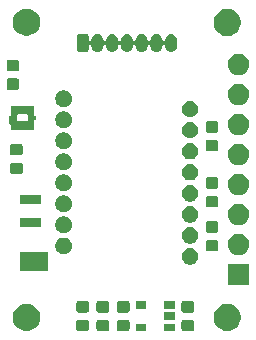
<source format=gts>
G04 #@! TF.GenerationSoftware,KiCad,Pcbnew,(5.1.5)-3*
G04 #@! TF.CreationDate,2021-07-20T23:34:01+09:00*
G04 #@! TF.ProjectId,pmw3360,706d7733-3336-4302-9e6b-696361645f70,rev?*
G04 #@! TF.SameCoordinates,PX5b136e0PY4bcb138*
G04 #@! TF.FileFunction,Soldermask,Top*
G04 #@! TF.FilePolarity,Negative*
%FSLAX46Y46*%
G04 Gerber Fmt 4.6, Leading zero omitted, Abs format (unit mm)*
G04 Created by KiCad (PCBNEW (5.1.5)-3) date 2021-07-20 23:34:01*
%MOMM*%
%LPD*%
G04 APERTURE LIST*
%ADD10C,0.100000*%
G04 APERTURE END LIST*
D10*
G36*
X15051000Y-28676000D02*
G01*
X14149000Y-28676000D01*
X14149000Y-28024000D01*
X15051000Y-28024000D01*
X15051000Y-28676000D01*
G37*
G36*
X12651000Y-28676000D02*
G01*
X11749000Y-28676000D01*
X11749000Y-28024000D01*
X12651000Y-28024000D01*
X12651000Y-28676000D01*
G37*
G36*
X16529592Y-27690585D02*
G01*
X16563570Y-27700893D01*
X16594891Y-27717634D01*
X16622340Y-27740161D01*
X16644867Y-27767610D01*
X16661608Y-27798931D01*
X16671916Y-27832909D01*
X16676001Y-27874390D01*
X16676001Y-28475610D01*
X16671916Y-28517091D01*
X16661608Y-28551069D01*
X16644867Y-28582390D01*
X16622340Y-28609839D01*
X16594891Y-28632366D01*
X16563570Y-28649107D01*
X16529592Y-28659415D01*
X16488111Y-28663500D01*
X15811891Y-28663500D01*
X15770410Y-28659415D01*
X15736432Y-28649107D01*
X15705111Y-28632366D01*
X15677662Y-28609839D01*
X15655135Y-28582390D01*
X15638394Y-28551069D01*
X15628086Y-28517091D01*
X15624001Y-28475610D01*
X15624001Y-27874390D01*
X15628086Y-27832909D01*
X15638394Y-27798931D01*
X15655135Y-27767610D01*
X15677662Y-27740161D01*
X15705111Y-27717634D01*
X15736432Y-27700893D01*
X15770410Y-27690585D01*
X15811891Y-27686500D01*
X16488111Y-27686500D01*
X16529592Y-27690585D01*
G37*
G36*
X7629591Y-27690585D02*
G01*
X7663569Y-27700893D01*
X7694890Y-27717634D01*
X7722339Y-27740161D01*
X7744866Y-27767610D01*
X7761607Y-27798931D01*
X7771915Y-27832909D01*
X7776000Y-27874390D01*
X7776000Y-28475610D01*
X7771915Y-28517091D01*
X7761607Y-28551069D01*
X7744866Y-28582390D01*
X7722339Y-28609839D01*
X7694890Y-28632366D01*
X7663569Y-28649107D01*
X7629591Y-28659415D01*
X7588110Y-28663500D01*
X6911890Y-28663500D01*
X6870409Y-28659415D01*
X6836431Y-28649107D01*
X6805110Y-28632366D01*
X6777661Y-28609839D01*
X6755134Y-28582390D01*
X6738393Y-28551069D01*
X6728085Y-28517091D01*
X6724000Y-28475610D01*
X6724000Y-27874390D01*
X6728085Y-27832909D01*
X6738393Y-27798931D01*
X6755134Y-27767610D01*
X6777661Y-27740161D01*
X6805110Y-27717634D01*
X6836431Y-27700893D01*
X6870409Y-27690585D01*
X6911890Y-27686500D01*
X7588110Y-27686500D01*
X7629591Y-27690585D01*
G37*
G36*
X9329591Y-27690585D02*
G01*
X9363569Y-27700893D01*
X9394890Y-27717634D01*
X9422339Y-27740161D01*
X9444866Y-27767610D01*
X9461607Y-27798931D01*
X9471915Y-27832909D01*
X9476000Y-27874390D01*
X9476000Y-28475610D01*
X9471915Y-28517091D01*
X9461607Y-28551069D01*
X9444866Y-28582390D01*
X9422339Y-28609839D01*
X9394890Y-28632366D01*
X9363569Y-28649107D01*
X9329591Y-28659415D01*
X9288110Y-28663500D01*
X8611890Y-28663500D01*
X8570409Y-28659415D01*
X8536431Y-28649107D01*
X8505110Y-28632366D01*
X8477661Y-28609839D01*
X8455134Y-28582390D01*
X8438393Y-28551069D01*
X8428085Y-28517091D01*
X8424000Y-28475610D01*
X8424000Y-27874390D01*
X8428085Y-27832909D01*
X8438393Y-27798931D01*
X8455134Y-27767610D01*
X8477661Y-27740161D01*
X8505110Y-27717634D01*
X8536431Y-27700893D01*
X8570409Y-27690585D01*
X8611890Y-27686500D01*
X9288110Y-27686500D01*
X9329591Y-27690585D01*
G37*
G36*
X11079591Y-27690585D02*
G01*
X11113569Y-27700893D01*
X11144890Y-27717634D01*
X11172339Y-27740161D01*
X11194866Y-27767610D01*
X11211607Y-27798931D01*
X11221915Y-27832909D01*
X11226000Y-27874390D01*
X11226000Y-28475610D01*
X11221915Y-28517091D01*
X11211607Y-28551069D01*
X11194866Y-28582390D01*
X11172339Y-28609839D01*
X11144890Y-28632366D01*
X11113569Y-28649107D01*
X11079591Y-28659415D01*
X11038110Y-28663500D01*
X10361890Y-28663500D01*
X10320409Y-28659415D01*
X10286431Y-28649107D01*
X10255110Y-28632366D01*
X10227661Y-28609839D01*
X10205134Y-28582390D01*
X10188393Y-28551069D01*
X10178085Y-28517091D01*
X10174000Y-28475610D01*
X10174000Y-27874390D01*
X10178085Y-27832909D01*
X10188393Y-27798931D01*
X10205134Y-27767610D01*
X10227661Y-27740161D01*
X10255110Y-27717634D01*
X10286431Y-27700893D01*
X10320409Y-27690585D01*
X10361890Y-27686500D01*
X11038110Y-27686500D01*
X11079591Y-27690585D01*
G37*
G36*
X19647299Y-26355750D02*
G01*
X19835734Y-26393232D01*
X20045203Y-26479997D01*
X20233720Y-26605960D01*
X20394040Y-26766280D01*
X20520003Y-26954797D01*
X20606768Y-27164266D01*
X20651000Y-27386636D01*
X20651000Y-27613364D01*
X20606768Y-27835734D01*
X20520003Y-28045203D01*
X20394040Y-28233720D01*
X20233720Y-28394040D01*
X20045203Y-28520003D01*
X19835734Y-28606768D01*
X19757468Y-28622336D01*
X19613365Y-28651000D01*
X19386635Y-28651000D01*
X19242532Y-28622336D01*
X19164266Y-28606768D01*
X18954797Y-28520003D01*
X18766280Y-28394040D01*
X18605960Y-28233720D01*
X18479997Y-28045203D01*
X18393232Y-27835734D01*
X18349000Y-27613364D01*
X18349000Y-27386636D01*
X18393232Y-27164266D01*
X18479997Y-26954797D01*
X18605960Y-26766280D01*
X18766280Y-26605960D01*
X18954797Y-26479997D01*
X19164266Y-26393232D01*
X19352701Y-26355750D01*
X19386635Y-26349000D01*
X19613365Y-26349000D01*
X19647299Y-26355750D01*
G37*
G36*
X2647299Y-26355750D02*
G01*
X2835734Y-26393232D01*
X3045203Y-26479997D01*
X3233720Y-26605960D01*
X3394040Y-26766280D01*
X3520003Y-26954797D01*
X3606768Y-27164266D01*
X3651000Y-27386636D01*
X3651000Y-27613364D01*
X3606768Y-27835734D01*
X3520003Y-28045203D01*
X3394040Y-28233720D01*
X3233720Y-28394040D01*
X3045203Y-28520003D01*
X2835734Y-28606768D01*
X2757468Y-28622336D01*
X2613365Y-28651000D01*
X2386635Y-28651000D01*
X2242532Y-28622336D01*
X2164266Y-28606768D01*
X1954797Y-28520003D01*
X1766280Y-28394040D01*
X1605960Y-28233720D01*
X1479997Y-28045203D01*
X1393232Y-27835734D01*
X1349000Y-27613364D01*
X1349000Y-27386636D01*
X1393232Y-27164266D01*
X1479997Y-26954797D01*
X1605960Y-26766280D01*
X1766280Y-26605960D01*
X1954797Y-26479997D01*
X2164266Y-26393232D01*
X2352701Y-26355750D01*
X2386635Y-26349000D01*
X2613365Y-26349000D01*
X2647299Y-26355750D01*
G37*
G36*
X15051000Y-27726000D02*
G01*
X14149000Y-27726000D01*
X14149000Y-27074000D01*
X15051000Y-27074000D01*
X15051000Y-27726000D01*
G37*
G36*
X11079591Y-26115585D02*
G01*
X11113569Y-26125893D01*
X11144890Y-26142634D01*
X11172339Y-26165161D01*
X11194866Y-26192610D01*
X11211607Y-26223931D01*
X11221915Y-26257909D01*
X11226000Y-26299390D01*
X11226000Y-26900610D01*
X11221915Y-26942091D01*
X11211607Y-26976069D01*
X11194866Y-27007390D01*
X11172339Y-27034839D01*
X11144890Y-27057366D01*
X11113569Y-27074107D01*
X11079591Y-27084415D01*
X11038110Y-27088500D01*
X10361890Y-27088500D01*
X10320409Y-27084415D01*
X10286431Y-27074107D01*
X10255110Y-27057366D01*
X10227661Y-27034839D01*
X10205134Y-27007390D01*
X10188393Y-26976069D01*
X10178085Y-26942091D01*
X10174000Y-26900610D01*
X10174000Y-26299390D01*
X10178085Y-26257909D01*
X10188393Y-26223931D01*
X10205134Y-26192610D01*
X10227661Y-26165161D01*
X10255110Y-26142634D01*
X10286431Y-26125893D01*
X10320409Y-26115585D01*
X10361890Y-26111500D01*
X11038110Y-26111500D01*
X11079591Y-26115585D01*
G37*
G36*
X7629591Y-26115585D02*
G01*
X7663569Y-26125893D01*
X7694890Y-26142634D01*
X7722339Y-26165161D01*
X7744866Y-26192610D01*
X7761607Y-26223931D01*
X7771915Y-26257909D01*
X7776000Y-26299390D01*
X7776000Y-26900610D01*
X7771915Y-26942091D01*
X7761607Y-26976069D01*
X7744866Y-27007390D01*
X7722339Y-27034839D01*
X7694890Y-27057366D01*
X7663569Y-27074107D01*
X7629591Y-27084415D01*
X7588110Y-27088500D01*
X6911890Y-27088500D01*
X6870409Y-27084415D01*
X6836431Y-27074107D01*
X6805110Y-27057366D01*
X6777661Y-27034839D01*
X6755134Y-27007390D01*
X6738393Y-26976069D01*
X6728085Y-26942091D01*
X6724000Y-26900610D01*
X6724000Y-26299390D01*
X6728085Y-26257909D01*
X6738393Y-26223931D01*
X6755134Y-26192610D01*
X6777661Y-26165161D01*
X6805110Y-26142634D01*
X6836431Y-26125893D01*
X6870409Y-26115585D01*
X6911890Y-26111500D01*
X7588110Y-26111500D01*
X7629591Y-26115585D01*
G37*
G36*
X9329591Y-26115585D02*
G01*
X9363569Y-26125893D01*
X9394890Y-26142634D01*
X9422339Y-26165161D01*
X9444866Y-26192610D01*
X9461607Y-26223931D01*
X9471915Y-26257909D01*
X9476000Y-26299390D01*
X9476000Y-26900610D01*
X9471915Y-26942091D01*
X9461607Y-26976069D01*
X9444866Y-27007390D01*
X9422339Y-27034839D01*
X9394890Y-27057366D01*
X9363569Y-27074107D01*
X9329591Y-27084415D01*
X9288110Y-27088500D01*
X8611890Y-27088500D01*
X8570409Y-27084415D01*
X8536431Y-27074107D01*
X8505110Y-27057366D01*
X8477661Y-27034839D01*
X8455134Y-27007390D01*
X8438393Y-26976069D01*
X8428085Y-26942091D01*
X8424000Y-26900610D01*
X8424000Y-26299390D01*
X8428085Y-26257909D01*
X8438393Y-26223931D01*
X8455134Y-26192610D01*
X8477661Y-26165161D01*
X8505110Y-26142634D01*
X8536431Y-26125893D01*
X8570409Y-26115585D01*
X8611890Y-26111500D01*
X9288110Y-26111500D01*
X9329591Y-26115585D01*
G37*
G36*
X16529592Y-26115585D02*
G01*
X16563570Y-26125893D01*
X16594891Y-26142634D01*
X16622340Y-26165161D01*
X16644867Y-26192610D01*
X16661608Y-26223931D01*
X16671916Y-26257909D01*
X16676001Y-26299390D01*
X16676001Y-26900610D01*
X16671916Y-26942091D01*
X16661608Y-26976069D01*
X16644867Y-27007390D01*
X16622340Y-27034839D01*
X16594891Y-27057366D01*
X16563570Y-27074107D01*
X16529592Y-27084415D01*
X16488111Y-27088500D01*
X15811891Y-27088500D01*
X15770410Y-27084415D01*
X15736432Y-27074107D01*
X15705111Y-27057366D01*
X15677662Y-27034839D01*
X15655135Y-27007390D01*
X15638394Y-26976069D01*
X15628086Y-26942091D01*
X15624001Y-26900610D01*
X15624001Y-26299390D01*
X15628086Y-26257909D01*
X15638394Y-26223931D01*
X15655135Y-26192610D01*
X15677662Y-26165161D01*
X15705111Y-26142634D01*
X15736432Y-26125893D01*
X15770410Y-26115585D01*
X15811891Y-26111500D01*
X16488111Y-26111500D01*
X16529592Y-26115585D01*
G37*
G36*
X12651000Y-26776000D02*
G01*
X11749000Y-26776000D01*
X11749000Y-26124000D01*
X12651000Y-26124000D01*
X12651000Y-26776000D01*
G37*
G36*
X15051000Y-26776000D02*
G01*
X14149000Y-26776000D01*
X14149000Y-26124000D01*
X15051000Y-26124000D01*
X15051000Y-26776000D01*
G37*
G36*
X21351000Y-24751000D02*
G01*
X19549000Y-24751000D01*
X19549000Y-22949000D01*
X21351000Y-22949000D01*
X21351000Y-24751000D01*
G37*
G36*
X4351000Y-23551000D02*
G01*
X1949000Y-23551000D01*
X1949000Y-21949000D01*
X4351000Y-21949000D01*
X4351000Y-23551000D01*
G37*
G36*
X16554473Y-21650938D02*
G01*
X16682049Y-21703782D01*
X16796859Y-21780495D01*
X16894505Y-21878141D01*
X16971218Y-21992951D01*
X17024062Y-22120527D01*
X17051000Y-22255956D01*
X17051000Y-22394044D01*
X17024062Y-22529473D01*
X16971218Y-22657049D01*
X16894505Y-22771859D01*
X16796859Y-22869505D01*
X16682049Y-22946218D01*
X16554473Y-22999062D01*
X16419044Y-23026000D01*
X16280956Y-23026000D01*
X16145527Y-22999062D01*
X16017951Y-22946218D01*
X15903141Y-22869505D01*
X15805495Y-22771859D01*
X15728782Y-22657049D01*
X15675938Y-22529473D01*
X15649000Y-22394044D01*
X15649000Y-22255956D01*
X15675938Y-22120527D01*
X15728782Y-21992951D01*
X15805495Y-21878141D01*
X15903141Y-21780495D01*
X16017951Y-21703782D01*
X16145527Y-21650938D01*
X16280956Y-21624000D01*
X16419044Y-21624000D01*
X16554473Y-21650938D01*
G37*
G36*
X20563512Y-20413927D02*
G01*
X20712812Y-20443624D01*
X20876784Y-20511544D01*
X21024354Y-20610147D01*
X21149853Y-20735646D01*
X21248456Y-20883216D01*
X21316376Y-21047188D01*
X21351000Y-21221259D01*
X21351000Y-21398741D01*
X21316376Y-21572812D01*
X21248456Y-21736784D01*
X21149853Y-21884354D01*
X21024354Y-22009853D01*
X20876784Y-22108456D01*
X20712812Y-22176376D01*
X20563512Y-22206073D01*
X20538742Y-22211000D01*
X20361258Y-22211000D01*
X20336488Y-22206073D01*
X20187188Y-22176376D01*
X20023216Y-22108456D01*
X19875646Y-22009853D01*
X19750147Y-21884354D01*
X19651544Y-21736784D01*
X19583624Y-21572812D01*
X19549000Y-21398741D01*
X19549000Y-21221259D01*
X19583624Y-21047188D01*
X19651544Y-20883216D01*
X19750147Y-20735646D01*
X19875646Y-20610147D01*
X20023216Y-20511544D01*
X20187188Y-20443624D01*
X20336488Y-20413927D01*
X20361258Y-20409000D01*
X20538742Y-20409000D01*
X20563512Y-20413927D01*
G37*
G36*
X5854473Y-20760938D02*
G01*
X5982049Y-20813782D01*
X6096859Y-20890495D01*
X6194505Y-20988141D01*
X6271218Y-21102951D01*
X6324062Y-21230527D01*
X6351000Y-21365956D01*
X6351000Y-21504044D01*
X6324062Y-21639473D01*
X6271218Y-21767049D01*
X6194505Y-21881859D01*
X6096859Y-21979505D01*
X5982049Y-22056218D01*
X5854473Y-22109062D01*
X5719044Y-22136000D01*
X5580956Y-22136000D01*
X5445527Y-22109062D01*
X5317951Y-22056218D01*
X5203141Y-21979505D01*
X5105495Y-21881859D01*
X5028782Y-21767049D01*
X4975938Y-21639473D01*
X4949000Y-21504044D01*
X4949000Y-21365956D01*
X4975938Y-21230527D01*
X5028782Y-21102951D01*
X5105495Y-20988141D01*
X5203141Y-20890495D01*
X5317951Y-20813782D01*
X5445527Y-20760938D01*
X5580956Y-20734000D01*
X5719044Y-20734000D01*
X5854473Y-20760938D01*
G37*
G36*
X18579591Y-20940585D02*
G01*
X18613569Y-20950893D01*
X18644890Y-20967634D01*
X18672339Y-20990161D01*
X18694866Y-21017610D01*
X18711607Y-21048931D01*
X18721915Y-21082909D01*
X18726000Y-21124390D01*
X18726000Y-21725610D01*
X18721915Y-21767091D01*
X18711607Y-21801069D01*
X18694866Y-21832390D01*
X18672339Y-21859839D01*
X18644890Y-21882366D01*
X18613569Y-21899107D01*
X18579591Y-21909415D01*
X18538110Y-21913500D01*
X17861890Y-21913500D01*
X17820409Y-21909415D01*
X17786431Y-21899107D01*
X17755110Y-21882366D01*
X17727661Y-21859839D01*
X17705134Y-21832390D01*
X17688393Y-21801069D01*
X17678085Y-21767091D01*
X17674000Y-21725610D01*
X17674000Y-21124390D01*
X17678085Y-21082909D01*
X17688393Y-21048931D01*
X17705134Y-21017610D01*
X17727661Y-20990161D01*
X17755110Y-20967634D01*
X17786431Y-20950893D01*
X17820409Y-20940585D01*
X17861890Y-20936500D01*
X18538110Y-20936500D01*
X18579591Y-20940585D01*
G37*
G36*
X16554473Y-19870938D02*
G01*
X16682049Y-19923782D01*
X16796859Y-20000495D01*
X16894505Y-20098141D01*
X16971218Y-20212951D01*
X17024062Y-20340527D01*
X17051000Y-20475956D01*
X17051000Y-20614044D01*
X17024062Y-20749473D01*
X16971218Y-20877049D01*
X16894505Y-20991859D01*
X16796859Y-21089505D01*
X16682049Y-21166218D01*
X16554473Y-21219062D01*
X16419044Y-21246000D01*
X16280956Y-21246000D01*
X16145527Y-21219062D01*
X16017951Y-21166218D01*
X15903141Y-21089505D01*
X15805495Y-20991859D01*
X15728782Y-20877049D01*
X15675938Y-20749473D01*
X15649000Y-20614044D01*
X15649000Y-20475956D01*
X15675938Y-20340527D01*
X15728782Y-20212951D01*
X15805495Y-20098141D01*
X15903141Y-20000495D01*
X16017951Y-19923782D01*
X16145527Y-19870938D01*
X16280956Y-19844000D01*
X16419044Y-19844000D01*
X16554473Y-19870938D01*
G37*
G36*
X5854473Y-18980938D02*
G01*
X5982049Y-19033782D01*
X6096859Y-19110495D01*
X6194505Y-19208141D01*
X6271218Y-19322951D01*
X6324062Y-19450527D01*
X6351000Y-19585956D01*
X6351000Y-19724044D01*
X6324062Y-19859473D01*
X6271218Y-19987049D01*
X6194505Y-20101859D01*
X6096859Y-20199505D01*
X5982049Y-20276218D01*
X5854473Y-20329062D01*
X5719044Y-20356000D01*
X5580956Y-20356000D01*
X5445527Y-20329062D01*
X5317951Y-20276218D01*
X5203141Y-20199505D01*
X5105495Y-20101859D01*
X5028782Y-19987049D01*
X4975938Y-19859473D01*
X4949000Y-19724044D01*
X4949000Y-19585956D01*
X4975938Y-19450527D01*
X5028782Y-19322951D01*
X5105495Y-19208141D01*
X5203141Y-19110495D01*
X5317951Y-19033782D01*
X5445527Y-18980938D01*
X5580956Y-18954000D01*
X5719044Y-18954000D01*
X5854473Y-18980938D01*
G37*
G36*
X18579591Y-19365585D02*
G01*
X18613569Y-19375893D01*
X18644890Y-19392634D01*
X18672339Y-19415161D01*
X18694866Y-19442610D01*
X18711607Y-19473931D01*
X18721915Y-19507909D01*
X18726000Y-19549390D01*
X18726000Y-20150610D01*
X18721915Y-20192091D01*
X18711607Y-20226069D01*
X18694866Y-20257390D01*
X18672339Y-20284839D01*
X18644890Y-20307366D01*
X18613569Y-20324107D01*
X18579591Y-20334415D01*
X18538110Y-20338500D01*
X17861890Y-20338500D01*
X17820409Y-20334415D01*
X17786431Y-20324107D01*
X17755110Y-20307366D01*
X17727661Y-20284839D01*
X17705134Y-20257390D01*
X17688393Y-20226069D01*
X17678085Y-20192091D01*
X17674000Y-20150610D01*
X17674000Y-19549390D01*
X17678085Y-19507909D01*
X17688393Y-19473931D01*
X17705134Y-19442610D01*
X17727661Y-19415161D01*
X17755110Y-19392634D01*
X17786431Y-19375893D01*
X17820409Y-19365585D01*
X17861890Y-19361500D01*
X18538110Y-19361500D01*
X18579591Y-19365585D01*
G37*
G36*
X3751000Y-19826000D02*
G01*
X1949000Y-19826000D01*
X1949000Y-19074000D01*
X3751000Y-19074000D01*
X3751000Y-19826000D01*
G37*
G36*
X20563512Y-17873927D02*
G01*
X20712812Y-17903624D01*
X20876784Y-17971544D01*
X21024354Y-18070147D01*
X21149853Y-18195646D01*
X21248456Y-18343216D01*
X21316376Y-18507188D01*
X21351000Y-18681259D01*
X21351000Y-18858741D01*
X21316376Y-19032812D01*
X21248456Y-19196784D01*
X21149853Y-19344354D01*
X21024354Y-19469853D01*
X20876784Y-19568456D01*
X20712812Y-19636376D01*
X20563512Y-19666073D01*
X20538742Y-19671000D01*
X20361258Y-19671000D01*
X20336488Y-19666073D01*
X20187188Y-19636376D01*
X20023216Y-19568456D01*
X19875646Y-19469853D01*
X19750147Y-19344354D01*
X19651544Y-19196784D01*
X19583624Y-19032812D01*
X19549000Y-18858741D01*
X19549000Y-18681259D01*
X19583624Y-18507188D01*
X19651544Y-18343216D01*
X19750147Y-18195646D01*
X19875646Y-18070147D01*
X20023216Y-17971544D01*
X20187188Y-17903624D01*
X20336488Y-17873927D01*
X20361258Y-17869000D01*
X20538742Y-17869000D01*
X20563512Y-17873927D01*
G37*
G36*
X16554473Y-18090938D02*
G01*
X16682049Y-18143782D01*
X16796859Y-18220495D01*
X16894505Y-18318141D01*
X16971218Y-18432951D01*
X17024062Y-18560527D01*
X17051000Y-18695956D01*
X17051000Y-18834044D01*
X17024062Y-18969473D01*
X16971218Y-19097049D01*
X16894505Y-19211859D01*
X16796859Y-19309505D01*
X16682049Y-19386218D01*
X16554473Y-19439062D01*
X16419044Y-19466000D01*
X16280956Y-19466000D01*
X16145527Y-19439062D01*
X16017951Y-19386218D01*
X15903141Y-19309505D01*
X15805495Y-19211859D01*
X15728782Y-19097049D01*
X15675938Y-18969473D01*
X15649000Y-18834044D01*
X15649000Y-18695956D01*
X15675938Y-18560527D01*
X15728782Y-18432951D01*
X15805495Y-18318141D01*
X15903141Y-18220495D01*
X16017951Y-18143782D01*
X16145527Y-18090938D01*
X16280956Y-18064000D01*
X16419044Y-18064000D01*
X16554473Y-18090938D01*
G37*
G36*
X5854473Y-17200938D02*
G01*
X5982049Y-17253782D01*
X6096859Y-17330495D01*
X6194505Y-17428141D01*
X6271218Y-17542951D01*
X6324062Y-17670527D01*
X6351000Y-17805956D01*
X6351000Y-17944044D01*
X6324062Y-18079473D01*
X6271218Y-18207049D01*
X6194505Y-18321859D01*
X6096859Y-18419505D01*
X5982049Y-18496218D01*
X5854473Y-18549062D01*
X5719044Y-18576000D01*
X5580956Y-18576000D01*
X5445527Y-18549062D01*
X5317951Y-18496218D01*
X5203141Y-18419505D01*
X5105495Y-18321859D01*
X5028782Y-18207049D01*
X4975938Y-18079473D01*
X4949000Y-17944044D01*
X4949000Y-17805956D01*
X4975938Y-17670527D01*
X5028782Y-17542951D01*
X5105495Y-17428141D01*
X5203141Y-17330495D01*
X5317951Y-17253782D01*
X5445527Y-17200938D01*
X5580956Y-17174000D01*
X5719044Y-17174000D01*
X5854473Y-17200938D01*
G37*
G36*
X18579591Y-17215585D02*
G01*
X18613569Y-17225893D01*
X18644890Y-17242634D01*
X18672339Y-17265161D01*
X18694866Y-17292610D01*
X18711607Y-17323931D01*
X18721915Y-17357909D01*
X18726000Y-17399390D01*
X18726000Y-18000610D01*
X18721915Y-18042091D01*
X18711607Y-18076069D01*
X18694866Y-18107390D01*
X18672339Y-18134839D01*
X18644890Y-18157366D01*
X18613569Y-18174107D01*
X18579591Y-18184415D01*
X18538110Y-18188500D01*
X17861890Y-18188500D01*
X17820409Y-18184415D01*
X17786431Y-18174107D01*
X17755110Y-18157366D01*
X17727661Y-18134839D01*
X17705134Y-18107390D01*
X17688393Y-18076069D01*
X17678085Y-18042091D01*
X17674000Y-18000610D01*
X17674000Y-17399390D01*
X17678085Y-17357909D01*
X17688393Y-17323931D01*
X17705134Y-17292610D01*
X17727661Y-17265161D01*
X17755110Y-17242634D01*
X17786431Y-17225893D01*
X17820409Y-17215585D01*
X17861890Y-17211500D01*
X18538110Y-17211500D01*
X18579591Y-17215585D01*
G37*
G36*
X3751000Y-17926000D02*
G01*
X1949000Y-17926000D01*
X1949000Y-17174000D01*
X3751000Y-17174000D01*
X3751000Y-17926000D01*
G37*
G36*
X16554473Y-16310938D02*
G01*
X16682049Y-16363782D01*
X16796859Y-16440495D01*
X16894505Y-16538141D01*
X16971218Y-16652951D01*
X17024062Y-16780527D01*
X17051000Y-16915956D01*
X17051000Y-17054044D01*
X17024062Y-17189473D01*
X16971218Y-17317049D01*
X16894505Y-17431859D01*
X16796859Y-17529505D01*
X16682049Y-17606218D01*
X16554473Y-17659062D01*
X16419044Y-17686000D01*
X16280956Y-17686000D01*
X16145527Y-17659062D01*
X16017951Y-17606218D01*
X15903141Y-17529505D01*
X15805495Y-17431859D01*
X15728782Y-17317049D01*
X15675938Y-17189473D01*
X15649000Y-17054044D01*
X15649000Y-16915956D01*
X15675938Y-16780527D01*
X15728782Y-16652951D01*
X15805495Y-16538141D01*
X15903141Y-16440495D01*
X16017951Y-16363782D01*
X16145527Y-16310938D01*
X16280956Y-16284000D01*
X16419044Y-16284000D01*
X16554473Y-16310938D01*
G37*
G36*
X20563512Y-15333927D02*
G01*
X20712812Y-15363624D01*
X20876784Y-15431544D01*
X21024354Y-15530147D01*
X21149853Y-15655646D01*
X21248456Y-15803216D01*
X21316376Y-15967188D01*
X21351000Y-16141259D01*
X21351000Y-16318741D01*
X21316376Y-16492812D01*
X21248456Y-16656784D01*
X21149853Y-16804354D01*
X21024354Y-16929853D01*
X20876784Y-17028456D01*
X20712812Y-17096376D01*
X20563512Y-17126073D01*
X20538742Y-17131000D01*
X20361258Y-17131000D01*
X20336488Y-17126073D01*
X20187188Y-17096376D01*
X20023216Y-17028456D01*
X19875646Y-16929853D01*
X19750147Y-16804354D01*
X19651544Y-16656784D01*
X19583624Y-16492812D01*
X19549000Y-16318741D01*
X19549000Y-16141259D01*
X19583624Y-15967188D01*
X19651544Y-15803216D01*
X19750147Y-15655646D01*
X19875646Y-15530147D01*
X20023216Y-15431544D01*
X20187188Y-15363624D01*
X20336488Y-15333927D01*
X20361258Y-15329000D01*
X20538742Y-15329000D01*
X20563512Y-15333927D01*
G37*
G36*
X5854473Y-15420938D02*
G01*
X5982049Y-15473782D01*
X6096859Y-15550495D01*
X6194505Y-15648141D01*
X6271218Y-15762951D01*
X6324062Y-15890527D01*
X6351000Y-16025956D01*
X6351000Y-16164044D01*
X6324062Y-16299473D01*
X6271218Y-16427049D01*
X6194505Y-16541859D01*
X6096859Y-16639505D01*
X5982049Y-16716218D01*
X5854473Y-16769062D01*
X5719044Y-16796000D01*
X5580956Y-16796000D01*
X5445527Y-16769062D01*
X5317951Y-16716218D01*
X5203141Y-16639505D01*
X5105495Y-16541859D01*
X5028782Y-16427049D01*
X4975938Y-16299473D01*
X4949000Y-16164044D01*
X4949000Y-16025956D01*
X4975938Y-15890527D01*
X5028782Y-15762951D01*
X5105495Y-15648141D01*
X5203141Y-15550495D01*
X5317951Y-15473782D01*
X5445527Y-15420938D01*
X5580956Y-15394000D01*
X5719044Y-15394000D01*
X5854473Y-15420938D01*
G37*
G36*
X18579591Y-15640585D02*
G01*
X18613569Y-15650893D01*
X18644890Y-15667634D01*
X18672339Y-15690161D01*
X18694866Y-15717610D01*
X18711607Y-15748931D01*
X18721915Y-15782909D01*
X18726000Y-15824390D01*
X18726000Y-16425610D01*
X18721915Y-16467091D01*
X18711607Y-16501069D01*
X18694866Y-16532390D01*
X18672339Y-16559839D01*
X18644890Y-16582366D01*
X18613569Y-16599107D01*
X18579591Y-16609415D01*
X18538110Y-16613500D01*
X17861890Y-16613500D01*
X17820409Y-16609415D01*
X17786431Y-16599107D01*
X17755110Y-16582366D01*
X17727661Y-16559839D01*
X17705134Y-16532390D01*
X17688393Y-16501069D01*
X17678085Y-16467091D01*
X17674000Y-16425610D01*
X17674000Y-15824390D01*
X17678085Y-15782909D01*
X17688393Y-15748931D01*
X17705134Y-15717610D01*
X17727661Y-15690161D01*
X17755110Y-15667634D01*
X17786431Y-15650893D01*
X17820409Y-15640585D01*
X17861890Y-15636500D01*
X18538110Y-15636500D01*
X18579591Y-15640585D01*
G37*
G36*
X16554473Y-14530938D02*
G01*
X16682049Y-14583782D01*
X16796859Y-14660495D01*
X16894505Y-14758141D01*
X16971218Y-14872951D01*
X17024062Y-15000527D01*
X17051000Y-15135956D01*
X17051000Y-15274044D01*
X17024062Y-15409473D01*
X16971218Y-15537049D01*
X16894505Y-15651859D01*
X16796859Y-15749505D01*
X16682049Y-15826218D01*
X16554473Y-15879062D01*
X16419044Y-15906000D01*
X16280956Y-15906000D01*
X16145527Y-15879062D01*
X16017951Y-15826218D01*
X15903141Y-15749505D01*
X15805495Y-15651859D01*
X15728782Y-15537049D01*
X15675938Y-15409473D01*
X15649000Y-15274044D01*
X15649000Y-15135956D01*
X15675938Y-15000527D01*
X15728782Y-14872951D01*
X15805495Y-14758141D01*
X15903141Y-14660495D01*
X16017951Y-14583782D01*
X16145527Y-14530938D01*
X16280956Y-14504000D01*
X16419044Y-14504000D01*
X16554473Y-14530938D01*
G37*
G36*
X2029591Y-14390585D02*
G01*
X2063569Y-14400893D01*
X2094890Y-14417634D01*
X2122339Y-14440161D01*
X2144866Y-14467610D01*
X2161607Y-14498931D01*
X2171915Y-14532909D01*
X2176000Y-14574390D01*
X2176000Y-15175610D01*
X2171915Y-15217091D01*
X2161607Y-15251069D01*
X2144866Y-15282390D01*
X2122339Y-15309839D01*
X2094890Y-15332366D01*
X2063569Y-15349107D01*
X2029591Y-15359415D01*
X1988110Y-15363500D01*
X1311890Y-15363500D01*
X1270409Y-15359415D01*
X1236431Y-15349107D01*
X1205110Y-15332366D01*
X1177661Y-15309839D01*
X1155134Y-15282390D01*
X1138393Y-15251069D01*
X1128085Y-15217091D01*
X1124000Y-15175610D01*
X1124000Y-14574390D01*
X1128085Y-14532909D01*
X1138393Y-14498931D01*
X1155134Y-14467610D01*
X1177661Y-14440161D01*
X1205110Y-14417634D01*
X1236431Y-14400893D01*
X1270409Y-14390585D01*
X1311890Y-14386500D01*
X1988110Y-14386500D01*
X2029591Y-14390585D01*
G37*
G36*
X5854473Y-13640938D02*
G01*
X5982049Y-13693782D01*
X6096859Y-13770495D01*
X6194505Y-13868141D01*
X6271218Y-13982951D01*
X6324062Y-14110527D01*
X6351000Y-14245956D01*
X6351000Y-14384044D01*
X6324062Y-14519473D01*
X6271218Y-14647049D01*
X6194505Y-14761859D01*
X6096859Y-14859505D01*
X5982049Y-14936218D01*
X5854473Y-14989062D01*
X5719044Y-15016000D01*
X5580956Y-15016000D01*
X5445527Y-14989062D01*
X5317951Y-14936218D01*
X5203141Y-14859505D01*
X5105495Y-14761859D01*
X5028782Y-14647049D01*
X4975938Y-14519473D01*
X4949000Y-14384044D01*
X4949000Y-14245956D01*
X4975938Y-14110527D01*
X5028782Y-13982951D01*
X5105495Y-13868141D01*
X5203141Y-13770495D01*
X5317951Y-13693782D01*
X5445527Y-13640938D01*
X5580956Y-13614000D01*
X5719044Y-13614000D01*
X5854473Y-13640938D01*
G37*
G36*
X20563512Y-12793927D02*
G01*
X20712812Y-12823624D01*
X20876784Y-12891544D01*
X21024354Y-12990147D01*
X21149853Y-13115646D01*
X21248456Y-13263216D01*
X21316376Y-13427188D01*
X21339660Y-13544250D01*
X21351000Y-13601258D01*
X21351000Y-13778742D01*
X21349059Y-13788500D01*
X21316376Y-13952812D01*
X21248456Y-14116784D01*
X21149853Y-14264354D01*
X21024354Y-14389853D01*
X20876784Y-14488456D01*
X20712812Y-14556376D01*
X20575029Y-14583782D01*
X20538742Y-14591000D01*
X20361258Y-14591000D01*
X20324971Y-14583782D01*
X20187188Y-14556376D01*
X20023216Y-14488456D01*
X19875646Y-14389853D01*
X19750147Y-14264354D01*
X19651544Y-14116784D01*
X19583624Y-13952812D01*
X19550941Y-13788500D01*
X19549000Y-13778742D01*
X19549000Y-13601258D01*
X19560340Y-13544250D01*
X19583624Y-13427188D01*
X19651544Y-13263216D01*
X19750147Y-13115646D01*
X19875646Y-12990147D01*
X20023216Y-12891544D01*
X20187188Y-12823624D01*
X20336488Y-12793927D01*
X20361258Y-12789000D01*
X20538742Y-12789000D01*
X20563512Y-12793927D01*
G37*
G36*
X16554473Y-12750938D02*
G01*
X16682049Y-12803782D01*
X16796859Y-12880495D01*
X16894505Y-12978141D01*
X16971218Y-13092951D01*
X17024062Y-13220527D01*
X17051000Y-13355956D01*
X17051000Y-13494044D01*
X17024062Y-13629473D01*
X16971218Y-13757049D01*
X16894505Y-13871859D01*
X16796859Y-13969505D01*
X16682049Y-14046218D01*
X16554473Y-14099062D01*
X16419044Y-14126000D01*
X16280956Y-14126000D01*
X16145527Y-14099062D01*
X16017951Y-14046218D01*
X15903141Y-13969505D01*
X15805495Y-13871859D01*
X15728782Y-13757049D01*
X15675938Y-13629473D01*
X15649000Y-13494044D01*
X15649000Y-13355956D01*
X15675938Y-13220527D01*
X15728782Y-13092951D01*
X15805495Y-12978141D01*
X15903141Y-12880495D01*
X16017951Y-12803782D01*
X16145527Y-12750938D01*
X16280956Y-12724000D01*
X16419044Y-12724000D01*
X16554473Y-12750938D01*
G37*
G36*
X2029591Y-12815585D02*
G01*
X2063569Y-12825893D01*
X2094890Y-12842634D01*
X2122339Y-12865161D01*
X2144866Y-12892610D01*
X2161607Y-12923931D01*
X2171915Y-12957909D01*
X2176000Y-12999390D01*
X2176000Y-13600610D01*
X2171915Y-13642091D01*
X2161607Y-13676069D01*
X2144866Y-13707390D01*
X2122339Y-13734839D01*
X2094890Y-13757366D01*
X2063569Y-13774107D01*
X2029591Y-13784415D01*
X1988110Y-13788500D01*
X1311890Y-13788500D01*
X1270409Y-13784415D01*
X1236431Y-13774107D01*
X1205110Y-13757366D01*
X1177661Y-13734839D01*
X1155134Y-13707390D01*
X1138393Y-13676069D01*
X1128085Y-13642091D01*
X1124000Y-13600610D01*
X1124000Y-12999390D01*
X1128085Y-12957909D01*
X1138393Y-12923931D01*
X1155134Y-12892610D01*
X1177661Y-12865161D01*
X1205110Y-12842634D01*
X1236431Y-12825893D01*
X1270409Y-12815585D01*
X1311890Y-12811500D01*
X1988110Y-12811500D01*
X2029591Y-12815585D01*
G37*
G36*
X18579591Y-12465585D02*
G01*
X18613569Y-12475893D01*
X18644890Y-12492634D01*
X18672339Y-12515161D01*
X18694866Y-12542610D01*
X18711607Y-12573931D01*
X18721915Y-12607909D01*
X18726000Y-12649390D01*
X18726000Y-13250610D01*
X18721915Y-13292091D01*
X18711607Y-13326069D01*
X18694866Y-13357390D01*
X18672339Y-13384839D01*
X18644890Y-13407366D01*
X18613569Y-13424107D01*
X18579591Y-13434415D01*
X18538110Y-13438500D01*
X17861890Y-13438500D01*
X17820409Y-13434415D01*
X17786431Y-13424107D01*
X17755110Y-13407366D01*
X17727661Y-13384839D01*
X17705134Y-13357390D01*
X17688393Y-13326069D01*
X17678085Y-13292091D01*
X17674000Y-13250610D01*
X17674000Y-12649390D01*
X17678085Y-12607909D01*
X17688393Y-12573931D01*
X17705134Y-12542610D01*
X17727661Y-12515161D01*
X17755110Y-12492634D01*
X17786431Y-12475893D01*
X17820409Y-12465585D01*
X17861890Y-12461500D01*
X18538110Y-12461500D01*
X18579591Y-12465585D01*
G37*
G36*
X5854473Y-11860938D02*
G01*
X5982049Y-11913782D01*
X6096859Y-11990495D01*
X6194505Y-12088141D01*
X6271218Y-12202951D01*
X6324062Y-12330527D01*
X6351000Y-12465956D01*
X6351000Y-12604044D01*
X6324062Y-12739473D01*
X6271218Y-12867049D01*
X6194505Y-12981859D01*
X6096859Y-13079505D01*
X5982049Y-13156218D01*
X5854473Y-13209062D01*
X5719044Y-13236000D01*
X5580956Y-13236000D01*
X5445527Y-13209062D01*
X5317951Y-13156218D01*
X5203141Y-13079505D01*
X5105495Y-12981859D01*
X5028782Y-12867049D01*
X4975938Y-12739473D01*
X4949000Y-12604044D01*
X4949000Y-12465956D01*
X4975938Y-12330527D01*
X5028782Y-12202951D01*
X5105495Y-12088141D01*
X5203141Y-11990495D01*
X5317951Y-11913782D01*
X5445527Y-11860938D01*
X5580956Y-11834000D01*
X5719044Y-11834000D01*
X5854473Y-11860938D01*
G37*
G36*
X16554473Y-10970938D02*
G01*
X16682049Y-11023782D01*
X16796859Y-11100495D01*
X16894505Y-11198141D01*
X16971218Y-11312951D01*
X17024062Y-11440527D01*
X17051000Y-11575956D01*
X17051000Y-11714044D01*
X17024062Y-11849473D01*
X16971218Y-11977049D01*
X16894505Y-12091859D01*
X16796859Y-12189505D01*
X16682049Y-12266218D01*
X16554473Y-12319062D01*
X16419044Y-12346000D01*
X16280956Y-12346000D01*
X16145527Y-12319062D01*
X16017951Y-12266218D01*
X15903141Y-12189505D01*
X15805495Y-12091859D01*
X15728782Y-11977049D01*
X15675938Y-11849473D01*
X15649000Y-11714044D01*
X15649000Y-11575956D01*
X15675938Y-11440527D01*
X15728782Y-11312951D01*
X15805495Y-11198141D01*
X15903141Y-11100495D01*
X16017951Y-11023782D01*
X16145527Y-10970938D01*
X16280956Y-10944000D01*
X16419044Y-10944000D01*
X16554473Y-10970938D01*
G37*
G36*
X20563512Y-10253927D02*
G01*
X20712812Y-10283624D01*
X20876784Y-10351544D01*
X21024354Y-10450147D01*
X21149853Y-10575646D01*
X21248456Y-10723216D01*
X21316376Y-10887188D01*
X21351000Y-11061259D01*
X21351000Y-11238741D01*
X21316376Y-11412812D01*
X21248456Y-11576784D01*
X21149853Y-11724354D01*
X21024354Y-11849853D01*
X20876784Y-11948456D01*
X20712812Y-12016376D01*
X20563512Y-12046073D01*
X20538742Y-12051000D01*
X20361258Y-12051000D01*
X20336488Y-12046073D01*
X20187188Y-12016376D01*
X20023216Y-11948456D01*
X19875646Y-11849853D01*
X19750147Y-11724354D01*
X19651544Y-11576784D01*
X19583624Y-11412812D01*
X19549000Y-11238741D01*
X19549000Y-11061259D01*
X19583624Y-10887188D01*
X19651544Y-10723216D01*
X19750147Y-10575646D01*
X19875646Y-10450147D01*
X20023216Y-10351544D01*
X20187188Y-10283624D01*
X20336488Y-10253927D01*
X20361258Y-10249000D01*
X20538742Y-10249000D01*
X20563512Y-10253927D01*
G37*
G36*
X18579591Y-10890585D02*
G01*
X18613569Y-10900893D01*
X18644890Y-10917634D01*
X18672339Y-10940161D01*
X18694866Y-10967610D01*
X18711607Y-10998931D01*
X18721915Y-11032909D01*
X18726000Y-11074390D01*
X18726000Y-11675610D01*
X18721915Y-11717091D01*
X18711607Y-11751069D01*
X18694866Y-11782390D01*
X18672339Y-11809839D01*
X18644890Y-11832366D01*
X18613569Y-11849107D01*
X18579591Y-11859415D01*
X18538110Y-11863500D01*
X17861890Y-11863500D01*
X17820409Y-11859415D01*
X17786431Y-11849107D01*
X17755110Y-11832366D01*
X17727661Y-11809839D01*
X17705134Y-11782390D01*
X17688393Y-11751069D01*
X17678085Y-11717091D01*
X17674000Y-11675610D01*
X17674000Y-11074390D01*
X17678085Y-11032909D01*
X17688393Y-10998931D01*
X17705134Y-10967610D01*
X17727661Y-10940161D01*
X17755110Y-10917634D01*
X17786431Y-10900893D01*
X17820409Y-10890585D01*
X17861890Y-10886500D01*
X18538110Y-10886500D01*
X18579591Y-10890585D01*
G37*
G36*
X3101000Y-10324001D02*
G01*
X3103402Y-10348387D01*
X3110515Y-10371836D01*
X3122066Y-10393447D01*
X3137611Y-10412389D01*
X3156553Y-10427934D01*
X3178164Y-10439485D01*
X3201613Y-10446598D01*
X3225999Y-10449000D01*
X3301000Y-10449000D01*
X3301000Y-10751000D01*
X3225999Y-10751000D01*
X3201613Y-10753402D01*
X3178164Y-10760515D01*
X3156553Y-10772066D01*
X3137611Y-10787611D01*
X3122066Y-10806553D01*
X3110515Y-10828164D01*
X3103402Y-10851613D01*
X3101000Y-10875999D01*
X3101000Y-11601000D01*
X1199000Y-11601000D01*
X1199000Y-11275999D01*
X1196598Y-11251613D01*
X1189485Y-11228164D01*
X1177934Y-11206553D01*
X1162389Y-11187611D01*
X1143447Y-11172066D01*
X1121836Y-11160515D01*
X1098387Y-11153402D01*
X1074001Y-11151000D01*
X999000Y-11151000D01*
X999000Y-10449000D01*
X1074001Y-10449000D01*
X1098387Y-10446598D01*
X1121836Y-10439485D01*
X1143447Y-10427934D01*
X1145804Y-10425999D01*
X1701000Y-10425999D01*
X1701000Y-10774001D01*
X1703402Y-10798387D01*
X1710515Y-10821836D01*
X1722066Y-10843447D01*
X1737611Y-10862389D01*
X1756553Y-10877934D01*
X1778164Y-10889485D01*
X1801613Y-10896598D01*
X1825999Y-10899000D01*
X2474001Y-10899000D01*
X2498387Y-10896598D01*
X2521836Y-10889485D01*
X2543447Y-10877934D01*
X2562389Y-10862389D01*
X2577934Y-10843447D01*
X2589485Y-10821836D01*
X2596598Y-10798387D01*
X2599000Y-10774001D01*
X2599000Y-10425999D01*
X2596598Y-10401613D01*
X2589485Y-10378164D01*
X2577934Y-10356553D01*
X2562389Y-10337611D01*
X2543447Y-10322066D01*
X2521836Y-10310515D01*
X2498387Y-10303402D01*
X2474001Y-10301000D01*
X1825999Y-10301000D01*
X1801613Y-10303402D01*
X1778164Y-10310515D01*
X1756553Y-10322066D01*
X1737611Y-10337611D01*
X1722066Y-10356553D01*
X1710515Y-10378164D01*
X1703402Y-10401613D01*
X1701000Y-10425999D01*
X1145804Y-10425999D01*
X1162389Y-10412389D01*
X1177934Y-10393447D01*
X1189485Y-10371836D01*
X1196598Y-10348387D01*
X1199000Y-10324001D01*
X1199000Y-9599000D01*
X3101000Y-9599000D01*
X3101000Y-10324001D01*
G37*
G36*
X5854473Y-10080938D02*
G01*
X5982049Y-10133782D01*
X6096859Y-10210495D01*
X6194505Y-10308141D01*
X6271218Y-10422951D01*
X6324062Y-10550527D01*
X6351000Y-10685956D01*
X6351000Y-10824044D01*
X6324062Y-10959473D01*
X6271218Y-11087049D01*
X6194505Y-11201859D01*
X6096859Y-11299505D01*
X5982049Y-11376218D01*
X5854473Y-11429062D01*
X5719044Y-11456000D01*
X5580956Y-11456000D01*
X5445527Y-11429062D01*
X5317951Y-11376218D01*
X5203141Y-11299505D01*
X5105495Y-11201859D01*
X5028782Y-11087049D01*
X4975938Y-10959473D01*
X4949000Y-10824044D01*
X4949000Y-10685956D01*
X4975938Y-10550527D01*
X5028782Y-10422951D01*
X5105495Y-10308141D01*
X5203141Y-10210495D01*
X5317951Y-10133782D01*
X5445527Y-10080938D01*
X5580956Y-10054000D01*
X5719044Y-10054000D01*
X5854473Y-10080938D01*
G37*
G36*
X16554473Y-9190938D02*
G01*
X16682049Y-9243782D01*
X16796859Y-9320495D01*
X16894505Y-9418141D01*
X16971218Y-9532951D01*
X17024062Y-9660527D01*
X17051000Y-9795956D01*
X17051000Y-9934044D01*
X17024062Y-10069473D01*
X16971218Y-10197049D01*
X16894505Y-10311859D01*
X16796859Y-10409505D01*
X16682049Y-10486218D01*
X16554473Y-10539062D01*
X16419044Y-10566000D01*
X16280956Y-10566000D01*
X16145527Y-10539062D01*
X16017951Y-10486218D01*
X15903141Y-10409505D01*
X15805495Y-10311859D01*
X15728782Y-10197049D01*
X15675938Y-10069473D01*
X15649000Y-9934044D01*
X15649000Y-9795956D01*
X15675938Y-9660527D01*
X15728782Y-9532951D01*
X15805495Y-9418141D01*
X15903141Y-9320495D01*
X16017951Y-9243782D01*
X16145527Y-9190938D01*
X16280956Y-9164000D01*
X16419044Y-9164000D01*
X16554473Y-9190938D01*
G37*
G36*
X5854473Y-8300938D02*
G01*
X5982049Y-8353782D01*
X6096859Y-8430495D01*
X6194505Y-8528141D01*
X6271218Y-8642951D01*
X6324062Y-8770527D01*
X6351000Y-8905956D01*
X6351000Y-9044044D01*
X6324062Y-9179473D01*
X6271218Y-9307049D01*
X6194505Y-9421859D01*
X6096859Y-9519505D01*
X5982049Y-9596218D01*
X5854473Y-9649062D01*
X5719044Y-9676000D01*
X5580956Y-9676000D01*
X5445527Y-9649062D01*
X5317951Y-9596218D01*
X5203141Y-9519505D01*
X5105495Y-9421859D01*
X5028782Y-9307049D01*
X4975938Y-9179473D01*
X4949000Y-9044044D01*
X4949000Y-8905956D01*
X4975938Y-8770527D01*
X5028782Y-8642951D01*
X5105495Y-8528141D01*
X5203141Y-8430495D01*
X5317951Y-8353782D01*
X5445527Y-8300938D01*
X5580956Y-8274000D01*
X5719044Y-8274000D01*
X5854473Y-8300938D01*
G37*
G36*
X20563512Y-7713927D02*
G01*
X20712812Y-7743624D01*
X20876784Y-7811544D01*
X21024354Y-7910147D01*
X21149853Y-8035646D01*
X21248456Y-8183216D01*
X21316376Y-8347188D01*
X21351000Y-8521259D01*
X21351000Y-8698741D01*
X21316376Y-8872812D01*
X21248456Y-9036784D01*
X21149853Y-9184354D01*
X21024354Y-9309853D01*
X20876784Y-9408456D01*
X20712812Y-9476376D01*
X20563512Y-9506073D01*
X20538742Y-9511000D01*
X20361258Y-9511000D01*
X20336488Y-9506073D01*
X20187188Y-9476376D01*
X20023216Y-9408456D01*
X19875646Y-9309853D01*
X19750147Y-9184354D01*
X19651544Y-9036784D01*
X19583624Y-8872812D01*
X19549000Y-8698741D01*
X19549000Y-8521259D01*
X19583624Y-8347188D01*
X19651544Y-8183216D01*
X19750147Y-8035646D01*
X19875646Y-7910147D01*
X20023216Y-7811544D01*
X20187188Y-7743624D01*
X20336488Y-7713927D01*
X20361258Y-7709000D01*
X20538742Y-7709000D01*
X20563512Y-7713927D01*
G37*
G36*
X1729591Y-7265585D02*
G01*
X1763569Y-7275893D01*
X1794890Y-7292634D01*
X1822339Y-7315161D01*
X1844866Y-7342610D01*
X1861607Y-7373931D01*
X1871915Y-7407909D01*
X1876000Y-7449390D01*
X1876000Y-8050610D01*
X1871915Y-8092091D01*
X1861607Y-8126069D01*
X1844866Y-8157390D01*
X1822339Y-8184839D01*
X1794890Y-8207366D01*
X1763569Y-8224107D01*
X1729591Y-8234415D01*
X1688110Y-8238500D01*
X1011890Y-8238500D01*
X970409Y-8234415D01*
X936431Y-8224107D01*
X905110Y-8207366D01*
X877661Y-8184839D01*
X855134Y-8157390D01*
X838393Y-8126069D01*
X828085Y-8092091D01*
X824000Y-8050610D01*
X824000Y-7449390D01*
X828085Y-7407909D01*
X838393Y-7373931D01*
X855134Y-7342610D01*
X877661Y-7315161D01*
X905110Y-7292634D01*
X936431Y-7275893D01*
X970409Y-7265585D01*
X1011890Y-7261500D01*
X1688110Y-7261500D01*
X1729591Y-7265585D01*
G37*
G36*
X20563512Y-5173927D02*
G01*
X20712812Y-5203624D01*
X20876784Y-5271544D01*
X21024354Y-5370147D01*
X21149853Y-5495646D01*
X21248456Y-5643216D01*
X21316376Y-5807188D01*
X21351000Y-5981259D01*
X21351000Y-6158741D01*
X21316376Y-6332812D01*
X21248456Y-6496784D01*
X21149853Y-6644354D01*
X21024354Y-6769853D01*
X20876784Y-6868456D01*
X20712812Y-6936376D01*
X20563512Y-6966073D01*
X20538742Y-6971000D01*
X20361258Y-6971000D01*
X20336488Y-6966073D01*
X20187188Y-6936376D01*
X20023216Y-6868456D01*
X19875646Y-6769853D01*
X19750147Y-6644354D01*
X19651544Y-6496784D01*
X19583624Y-6332812D01*
X19549000Y-6158741D01*
X19549000Y-5981259D01*
X19583624Y-5807188D01*
X19651544Y-5643216D01*
X19750147Y-5495646D01*
X19875646Y-5370147D01*
X20023216Y-5271544D01*
X20187188Y-5203624D01*
X20336488Y-5173927D01*
X20361258Y-5169000D01*
X20538742Y-5169000D01*
X20563512Y-5173927D01*
G37*
G36*
X1729591Y-5690585D02*
G01*
X1763569Y-5700893D01*
X1794890Y-5717634D01*
X1822339Y-5740161D01*
X1844866Y-5767610D01*
X1861607Y-5798931D01*
X1871915Y-5832909D01*
X1876000Y-5874390D01*
X1876000Y-6475610D01*
X1871915Y-6517091D01*
X1861607Y-6551069D01*
X1844866Y-6582390D01*
X1822339Y-6609839D01*
X1794890Y-6632366D01*
X1763569Y-6649107D01*
X1729591Y-6659415D01*
X1688110Y-6663500D01*
X1011890Y-6663500D01*
X970409Y-6659415D01*
X936431Y-6649107D01*
X905110Y-6632366D01*
X877661Y-6609839D01*
X855134Y-6582390D01*
X838393Y-6551069D01*
X828085Y-6517091D01*
X824000Y-6475610D01*
X824000Y-5874390D01*
X828085Y-5832909D01*
X838393Y-5798931D01*
X855134Y-5767610D01*
X877661Y-5740161D01*
X905110Y-5717634D01*
X936431Y-5700893D01*
X970409Y-5690585D01*
X1011890Y-5686500D01*
X1688110Y-5686500D01*
X1729591Y-5690585D01*
G37*
G36*
X14848212Y-3506249D02*
G01*
X14942651Y-3534897D01*
X15029687Y-3581418D01*
X15105975Y-3644025D01*
X15168582Y-3720313D01*
X15215103Y-3807348D01*
X15243751Y-3901787D01*
X15251000Y-3975388D01*
X15251000Y-4524612D01*
X15243751Y-4598213D01*
X15215103Y-4692652D01*
X15168582Y-4779687D01*
X15105975Y-4855975D01*
X15029687Y-4918582D01*
X14942652Y-4965103D01*
X14848213Y-4993751D01*
X14750000Y-5003424D01*
X14651788Y-4993751D01*
X14557349Y-4965103D01*
X14470314Y-4918582D01*
X14394026Y-4855975D01*
X14331419Y-4779687D01*
X14284898Y-4692652D01*
X14256250Y-4598213D01*
X14249397Y-4528633D01*
X14244616Y-4504600D01*
X14235239Y-4481961D01*
X14221625Y-4461587D01*
X14204298Y-4444260D01*
X14183924Y-4430646D01*
X14161285Y-4421269D01*
X14137252Y-4416489D01*
X14112747Y-4416489D01*
X14088714Y-4421270D01*
X14066075Y-4430647D01*
X14045701Y-4444261D01*
X14028374Y-4461588D01*
X14014760Y-4481962D01*
X14005383Y-4504601D01*
X14000605Y-4528623D01*
X13993751Y-4598213D01*
X13965103Y-4692652D01*
X13918582Y-4779687D01*
X13855975Y-4855975D01*
X13779687Y-4918582D01*
X13692652Y-4965103D01*
X13598213Y-4993751D01*
X13500000Y-5003424D01*
X13401788Y-4993751D01*
X13307349Y-4965103D01*
X13220314Y-4918582D01*
X13144026Y-4855975D01*
X13081419Y-4779687D01*
X13034898Y-4692652D01*
X13006250Y-4598213D01*
X12999397Y-4528633D01*
X12994616Y-4504600D01*
X12985239Y-4481961D01*
X12971625Y-4461587D01*
X12954298Y-4444260D01*
X12933924Y-4430646D01*
X12911285Y-4421269D01*
X12887252Y-4416489D01*
X12862747Y-4416489D01*
X12838714Y-4421270D01*
X12816075Y-4430647D01*
X12795701Y-4444261D01*
X12778374Y-4461588D01*
X12764760Y-4481962D01*
X12755383Y-4504601D01*
X12750605Y-4528623D01*
X12743751Y-4598213D01*
X12715103Y-4692652D01*
X12668582Y-4779687D01*
X12605975Y-4855975D01*
X12529687Y-4918582D01*
X12442652Y-4965103D01*
X12348213Y-4993751D01*
X12250000Y-5003424D01*
X12151788Y-4993751D01*
X12057349Y-4965103D01*
X11970314Y-4918582D01*
X11894026Y-4855975D01*
X11831419Y-4779687D01*
X11784898Y-4692652D01*
X11756250Y-4598213D01*
X11749397Y-4528633D01*
X11744616Y-4504600D01*
X11735239Y-4481961D01*
X11721625Y-4461587D01*
X11704298Y-4444260D01*
X11683924Y-4430646D01*
X11661285Y-4421269D01*
X11637252Y-4416489D01*
X11612747Y-4416489D01*
X11588714Y-4421270D01*
X11566075Y-4430647D01*
X11545701Y-4444261D01*
X11528374Y-4461588D01*
X11514760Y-4481962D01*
X11505383Y-4504601D01*
X11500605Y-4528623D01*
X11493751Y-4598213D01*
X11465103Y-4692652D01*
X11418582Y-4779687D01*
X11355975Y-4855975D01*
X11279687Y-4918582D01*
X11192652Y-4965103D01*
X11098213Y-4993751D01*
X11000000Y-5003424D01*
X10901788Y-4993751D01*
X10807349Y-4965103D01*
X10720314Y-4918582D01*
X10644026Y-4855975D01*
X10581419Y-4779687D01*
X10534898Y-4692652D01*
X10506250Y-4598213D01*
X10499397Y-4528633D01*
X10494616Y-4504600D01*
X10485239Y-4481961D01*
X10471625Y-4461587D01*
X10454298Y-4444260D01*
X10433924Y-4430646D01*
X10411285Y-4421269D01*
X10387252Y-4416489D01*
X10362747Y-4416489D01*
X10338714Y-4421270D01*
X10316075Y-4430647D01*
X10295701Y-4444261D01*
X10278374Y-4461588D01*
X10264760Y-4481962D01*
X10255383Y-4504601D01*
X10250605Y-4528623D01*
X10243751Y-4598213D01*
X10215103Y-4692652D01*
X10168582Y-4779687D01*
X10105975Y-4855975D01*
X10029687Y-4918582D01*
X9942652Y-4965103D01*
X9848213Y-4993751D01*
X9750000Y-5003424D01*
X9651788Y-4993751D01*
X9557349Y-4965103D01*
X9470314Y-4918582D01*
X9394026Y-4855975D01*
X9331419Y-4779687D01*
X9284898Y-4692652D01*
X9256250Y-4598213D01*
X9249397Y-4528633D01*
X9244616Y-4504600D01*
X9235239Y-4481961D01*
X9221625Y-4461587D01*
X9204298Y-4444260D01*
X9183924Y-4430646D01*
X9161285Y-4421269D01*
X9137252Y-4416489D01*
X9112747Y-4416489D01*
X9088714Y-4421270D01*
X9066075Y-4430647D01*
X9045701Y-4444261D01*
X9028374Y-4461588D01*
X9014760Y-4481962D01*
X9005383Y-4504601D01*
X9000605Y-4528623D01*
X8993751Y-4598213D01*
X8965103Y-4692652D01*
X8918582Y-4779687D01*
X8855975Y-4855975D01*
X8779687Y-4918582D01*
X8692652Y-4965103D01*
X8598213Y-4993751D01*
X8500000Y-5003424D01*
X8401788Y-4993751D01*
X8307349Y-4965103D01*
X8220314Y-4918582D01*
X8144026Y-4855975D01*
X8081419Y-4779687D01*
X8034898Y-4692652D01*
X8006250Y-4598213D01*
X8000396Y-4538776D01*
X7995615Y-4514742D01*
X7986238Y-4492103D01*
X7972624Y-4471729D01*
X7955297Y-4454402D01*
X7934923Y-4440789D01*
X7912284Y-4431411D01*
X7888251Y-4426631D01*
X7863747Y-4426631D01*
X7839713Y-4431412D01*
X7817074Y-4440789D01*
X7796700Y-4454403D01*
X7779373Y-4471730D01*
X7765760Y-4492104D01*
X7756382Y-4514743D01*
X7751000Y-4551028D01*
X7751000Y-4806860D01*
X7746795Y-4849560D01*
X7736131Y-4884713D01*
X7718814Y-4917110D01*
X7695509Y-4945509D01*
X7667110Y-4968814D01*
X7634713Y-4986131D01*
X7599560Y-4996795D01*
X7556860Y-5001000D01*
X6943140Y-5001000D01*
X6900440Y-4996795D01*
X6865287Y-4986131D01*
X6832890Y-4968814D01*
X6804491Y-4945509D01*
X6781186Y-4917110D01*
X6763869Y-4884713D01*
X6753205Y-4849560D01*
X6749000Y-4806860D01*
X6749000Y-3693140D01*
X6753205Y-3650440D01*
X6763869Y-3615287D01*
X6781186Y-3582890D01*
X6804491Y-3554491D01*
X6832890Y-3531186D01*
X6865287Y-3513869D01*
X6900440Y-3503205D01*
X6943140Y-3499000D01*
X7556860Y-3499000D01*
X7599560Y-3503205D01*
X7634713Y-3513869D01*
X7667110Y-3531186D01*
X7695509Y-3554491D01*
X7718814Y-3582890D01*
X7736131Y-3615287D01*
X7746795Y-3650440D01*
X7751000Y-3693140D01*
X7751000Y-3948973D01*
X7753402Y-3973359D01*
X7760515Y-3996808D01*
X7772066Y-4018419D01*
X7787611Y-4037361D01*
X7806553Y-4052906D01*
X7828164Y-4064457D01*
X7851613Y-4071570D01*
X7875999Y-4073972D01*
X7900385Y-4071570D01*
X7923834Y-4064457D01*
X7945445Y-4052906D01*
X7964387Y-4037361D01*
X7979932Y-4018419D01*
X7991483Y-3996808D01*
X8000394Y-3961231D01*
X8006249Y-3901788D01*
X8034897Y-3807349D01*
X8081418Y-3720313D01*
X8144025Y-3644025D01*
X8220313Y-3581418D01*
X8307348Y-3534897D01*
X8401787Y-3506249D01*
X8500000Y-3496576D01*
X8598212Y-3506249D01*
X8692651Y-3534897D01*
X8779687Y-3581418D01*
X8855975Y-3644025D01*
X8918582Y-3720313D01*
X8965103Y-3807348D01*
X8993751Y-3901787D01*
X9000605Y-3971377D01*
X9005384Y-3995401D01*
X9014761Y-4018039D01*
X9028375Y-4038414D01*
X9045702Y-4055741D01*
X9066076Y-4069354D01*
X9088715Y-4078732D01*
X9112748Y-4083512D01*
X9137252Y-4083512D01*
X9161286Y-4078731D01*
X9183924Y-4069354D01*
X9204299Y-4055740D01*
X9221626Y-4038413D01*
X9235239Y-4018039D01*
X9244617Y-3995400D01*
X9249395Y-3971378D01*
X9256249Y-3901788D01*
X9284897Y-3807349D01*
X9331418Y-3720313D01*
X9394025Y-3644025D01*
X9470313Y-3581418D01*
X9557348Y-3534897D01*
X9651787Y-3506249D01*
X9750000Y-3496576D01*
X9848212Y-3506249D01*
X9942651Y-3534897D01*
X10029687Y-3581418D01*
X10105975Y-3644025D01*
X10168582Y-3720313D01*
X10215103Y-3807348D01*
X10243751Y-3901787D01*
X10250605Y-3971377D01*
X10255384Y-3995401D01*
X10264761Y-4018039D01*
X10278375Y-4038414D01*
X10295702Y-4055741D01*
X10316076Y-4069354D01*
X10338715Y-4078732D01*
X10362748Y-4083512D01*
X10387252Y-4083512D01*
X10411286Y-4078731D01*
X10433924Y-4069354D01*
X10454299Y-4055740D01*
X10471626Y-4038413D01*
X10485239Y-4018039D01*
X10494617Y-3995400D01*
X10499395Y-3971378D01*
X10506249Y-3901788D01*
X10534897Y-3807349D01*
X10581418Y-3720313D01*
X10644025Y-3644025D01*
X10720313Y-3581418D01*
X10807348Y-3534897D01*
X10901787Y-3506249D01*
X11000000Y-3496576D01*
X11098212Y-3506249D01*
X11192651Y-3534897D01*
X11279687Y-3581418D01*
X11355975Y-3644025D01*
X11418582Y-3720313D01*
X11465103Y-3807348D01*
X11493751Y-3901787D01*
X11500605Y-3971377D01*
X11505384Y-3995401D01*
X11514761Y-4018039D01*
X11528375Y-4038414D01*
X11545702Y-4055741D01*
X11566076Y-4069354D01*
X11588715Y-4078732D01*
X11612748Y-4083512D01*
X11637252Y-4083512D01*
X11661286Y-4078731D01*
X11683924Y-4069354D01*
X11704299Y-4055740D01*
X11721626Y-4038413D01*
X11735239Y-4018039D01*
X11744617Y-3995400D01*
X11749395Y-3971378D01*
X11756249Y-3901788D01*
X11784897Y-3807349D01*
X11831418Y-3720313D01*
X11894025Y-3644025D01*
X11970313Y-3581418D01*
X12057348Y-3534897D01*
X12151787Y-3506249D01*
X12250000Y-3496576D01*
X12348212Y-3506249D01*
X12442651Y-3534897D01*
X12529687Y-3581418D01*
X12605975Y-3644025D01*
X12668582Y-3720313D01*
X12715103Y-3807348D01*
X12743751Y-3901787D01*
X12750605Y-3971377D01*
X12755384Y-3995401D01*
X12764761Y-4018039D01*
X12778375Y-4038414D01*
X12795702Y-4055741D01*
X12816076Y-4069354D01*
X12838715Y-4078732D01*
X12862748Y-4083512D01*
X12887252Y-4083512D01*
X12911286Y-4078731D01*
X12933924Y-4069354D01*
X12954299Y-4055740D01*
X12971626Y-4038413D01*
X12985239Y-4018039D01*
X12994617Y-3995400D01*
X12999395Y-3971378D01*
X13006249Y-3901788D01*
X13034897Y-3807349D01*
X13081418Y-3720313D01*
X13144025Y-3644025D01*
X13220313Y-3581418D01*
X13307348Y-3534897D01*
X13401787Y-3506249D01*
X13500000Y-3496576D01*
X13598212Y-3506249D01*
X13692651Y-3534897D01*
X13779687Y-3581418D01*
X13855975Y-3644025D01*
X13918582Y-3720313D01*
X13965103Y-3807348D01*
X13993751Y-3901787D01*
X14000605Y-3971377D01*
X14005384Y-3995401D01*
X14014761Y-4018039D01*
X14028375Y-4038414D01*
X14045702Y-4055741D01*
X14066076Y-4069354D01*
X14088715Y-4078732D01*
X14112748Y-4083512D01*
X14137252Y-4083512D01*
X14161286Y-4078731D01*
X14183924Y-4069354D01*
X14204299Y-4055740D01*
X14221626Y-4038413D01*
X14235239Y-4018039D01*
X14244617Y-3995400D01*
X14249395Y-3971378D01*
X14256249Y-3901788D01*
X14284897Y-3807349D01*
X14331418Y-3720313D01*
X14394025Y-3644025D01*
X14470313Y-3581418D01*
X14557348Y-3534897D01*
X14651787Y-3506249D01*
X14750000Y-3496576D01*
X14848212Y-3506249D01*
G37*
G36*
X19710050Y-1393232D02*
G01*
X19835734Y-1418232D01*
X20045203Y-1504997D01*
X20233720Y-1630960D01*
X20394040Y-1791280D01*
X20520003Y-1979797D01*
X20606768Y-2189266D01*
X20651000Y-2411636D01*
X20651000Y-2638364D01*
X20606768Y-2860734D01*
X20520003Y-3070203D01*
X20394040Y-3258720D01*
X20233720Y-3419040D01*
X20045203Y-3545003D01*
X19835734Y-3631768D01*
X19741863Y-3650440D01*
X19613365Y-3676000D01*
X19386635Y-3676000D01*
X19258137Y-3650440D01*
X19164266Y-3631768D01*
X18954797Y-3545003D01*
X18766280Y-3419040D01*
X18605960Y-3258720D01*
X18479997Y-3070203D01*
X18393232Y-2860734D01*
X18349000Y-2638364D01*
X18349000Y-2411636D01*
X18393232Y-2189266D01*
X18479997Y-1979797D01*
X18605960Y-1791280D01*
X18766280Y-1630960D01*
X18954797Y-1504997D01*
X19164266Y-1418232D01*
X19289950Y-1393232D01*
X19386635Y-1374000D01*
X19613365Y-1374000D01*
X19710050Y-1393232D01*
G37*
G36*
X2724549Y-1371116D02*
G01*
X2835734Y-1393232D01*
X3045203Y-1479997D01*
X3233720Y-1605960D01*
X3394040Y-1766280D01*
X3520003Y-1954797D01*
X3606768Y-2164266D01*
X3651000Y-2386636D01*
X3651000Y-2613364D01*
X3606768Y-2835734D01*
X3520003Y-3045203D01*
X3394040Y-3233720D01*
X3233720Y-3394040D01*
X3045203Y-3520003D01*
X3045202Y-3520004D01*
X3045201Y-3520004D01*
X2993988Y-3541217D01*
X2835734Y-3606768D01*
X2724549Y-3628884D01*
X2613365Y-3651000D01*
X2386635Y-3651000D01*
X2275451Y-3628884D01*
X2164266Y-3606768D01*
X2006012Y-3541217D01*
X1954799Y-3520004D01*
X1954798Y-3520004D01*
X1954797Y-3520003D01*
X1766280Y-3394040D01*
X1605960Y-3233720D01*
X1479997Y-3045203D01*
X1393232Y-2835734D01*
X1349000Y-2613364D01*
X1349000Y-2386636D01*
X1393232Y-2164266D01*
X1479997Y-1954797D01*
X1605960Y-1766280D01*
X1766280Y-1605960D01*
X1954797Y-1479997D01*
X2164266Y-1393232D01*
X2275451Y-1371116D01*
X2386635Y-1349000D01*
X2613365Y-1349000D01*
X2724549Y-1371116D01*
G37*
M02*

</source>
